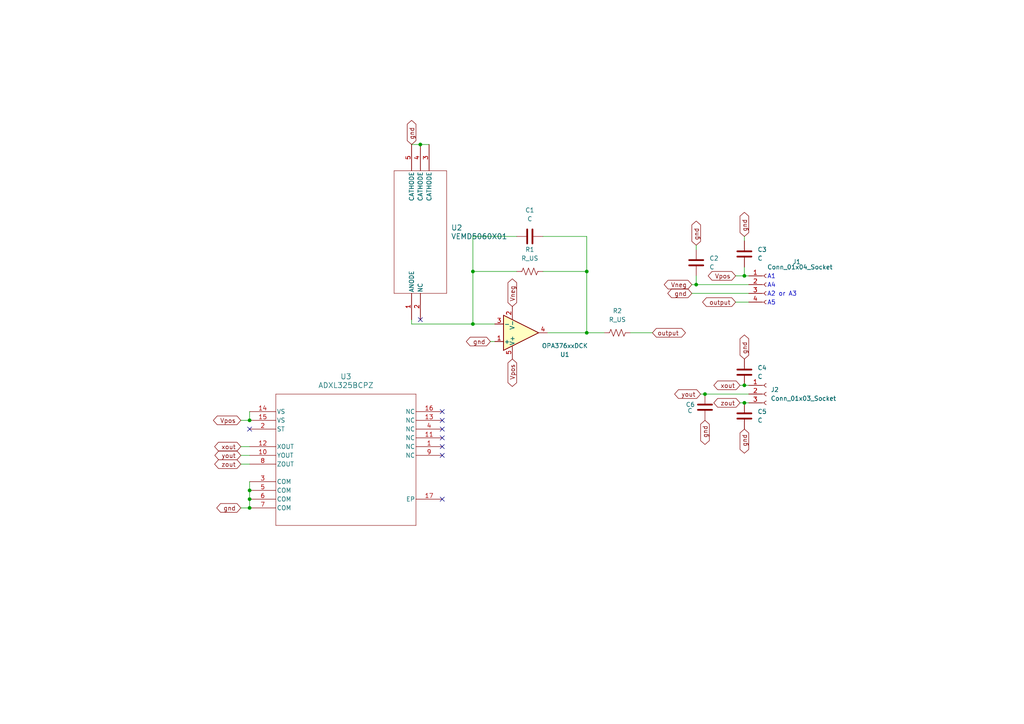
<source format=kicad_sch>
(kicad_sch
	(version 20231120)
	(generator "eeschema")
	(generator_version "8.0")
	(uuid "37ec4aa0-3fcd-4e41-b731-f48f5fe785a3")
	(paper "A4")
	(lib_symbols
		(symbol "2025-06-23_19-07-18:VEMD5060X01"
			(pin_names
				(offset 0.254)
			)
			(exclude_from_sim no)
			(in_bom yes)
			(on_board yes)
			(property "Reference" "U"
				(at 25.4 10.16 0)
				(effects
					(font
						(size 1.524 1.524)
					)
				)
			)
			(property "Value" "VEMD5060X01"
				(at 25.4 7.62 0)
				(effects
					(font
						(size 1.524 1.524)
					)
				)
			)
			(property "Footprint" "SMD_VEMD5-5X4_VIS"
				(at 0 0 0)
				(effects
					(font
						(size 1.27 1.27)
						(italic yes)
					)
					(hide yes)
				)
			)
			(property "Datasheet" "VEMD5060X01"
				(at 0 0 0)
				(effects
					(font
						(size 1.27 1.27)
						(italic yes)
					)
					(hide yes)
				)
			)
			(property "Description" ""
				(at 0 0 0)
				(effects
					(font
						(size 1.27 1.27)
					)
					(hide yes)
				)
			)
			(property "ki_locked" ""
				(at 0 0 0)
				(effects
					(font
						(size 1.27 1.27)
					)
				)
			)
			(property "ki_keywords" "VEMD5060X01"
				(at 0 0 0)
				(effects
					(font
						(size 1.27 1.27)
					)
					(hide yes)
				)
			)
			(property "ki_fp_filters" "SMD_VEMD5-5X4_VIS SMD_VEMD5-5X4_VIS-M SMD_VEMD5-5X4_VIS-L"
				(at 0 0 0)
				(effects
					(font
						(size 1.27 1.27)
					)
					(hide yes)
				)
			)
			(symbol "VEMD5060X01_0_1"
				(polyline
					(pts
						(xy 7.62 -10.16) (xy 43.18 -10.16)
					)
					(stroke
						(width 0.127)
						(type default)
					)
					(fill
						(type none)
					)
				)
				(polyline
					(pts
						(xy 7.62 5.08) (xy 7.62 -10.16)
					)
					(stroke
						(width 0.127)
						(type default)
					)
					(fill
						(type none)
					)
				)
				(polyline
					(pts
						(xy 43.18 -10.16) (xy 43.18 5.08)
					)
					(stroke
						(width 0.127)
						(type default)
					)
					(fill
						(type none)
					)
				)
				(polyline
					(pts
						(xy 43.18 5.08) (xy 7.62 5.08)
					)
					(stroke
						(width 0.127)
						(type default)
					)
					(fill
						(type none)
					)
				)
				(pin unspecified line
					(at 0 0 0)
					(length 7.62)
					(name "ANODE"
						(effects
							(font
								(size 1.27 1.27)
							)
						)
					)
					(number "1"
						(effects
							(font
								(size 1.27 1.27)
							)
						)
					)
				)
				(pin unspecified line
					(at 0 -2.54 0)
					(length 7.62)
					(name "NC"
						(effects
							(font
								(size 1.27 1.27)
							)
						)
					)
					(number "2"
						(effects
							(font
								(size 1.27 1.27)
							)
						)
					)
				)
				(pin unspecified line
					(at 50.8 -5.08 180)
					(length 7.62)
					(name "CATHODE"
						(effects
							(font
								(size 1.27 1.27)
							)
						)
					)
					(number "3"
						(effects
							(font
								(size 1.27 1.27)
							)
						)
					)
				)
				(pin unspecified line
					(at 50.8 -2.54 180)
					(length 7.62)
					(name "CATHODE"
						(effects
							(font
								(size 1.27 1.27)
							)
						)
					)
					(number "4"
						(effects
							(font
								(size 1.27 1.27)
							)
						)
					)
				)
				(pin unspecified line
					(at 50.8 0 180)
					(length 7.62)
					(name "CATHODE"
						(effects
							(font
								(size 1.27 1.27)
							)
						)
					)
					(number "5"
						(effects
							(font
								(size 1.27 1.27)
							)
						)
					)
				)
			)
		)
		(symbol "2025-07-17_15-11-10:ADXL325BCPZ"
			(pin_names
				(offset 0.254)
			)
			(exclude_from_sim no)
			(in_bom yes)
			(on_board yes)
			(property "Reference" "U"
				(at 27.94 10.16 0)
				(effects
					(font
						(size 1.524 1.524)
					)
				)
			)
			(property "Value" "ADXL325BCPZ"
				(at 27.94 7.62 0)
				(effects
					(font
						(size 1.524 1.524)
					)
				)
			)
			(property "Footprint" "CP_16_5A_ADI"
				(at 0 0 0)
				(effects
					(font
						(size 1.27 1.27)
						(italic yes)
					)
					(hide yes)
				)
			)
			(property "Datasheet" "https://www.analog.com/media/en/technical-documentation/data-sheets/ADXL325.pdf"
				(at 0 0 0)
				(effects
					(font
						(size 1.27 1.27)
						(italic yes)
					)
					(hide yes)
				)
			)
			(property "Description" ""
				(at 0 0 0)
				(effects
					(font
						(size 1.27 1.27)
					)
					(hide yes)
				)
			)
			(property "ki_locked" ""
				(at 0 0 0)
				(effects
					(font
						(size 1.27 1.27)
					)
				)
			)
			(property "ki_keywords" "ADXL325BCPZ"
				(at 0 0 0)
				(effects
					(font
						(size 1.27 1.27)
					)
					(hide yes)
				)
			)
			(property "ki_fp_filters" "CP_16_5A_ADI CP_16_5A_ADI-M CP_16_5A_ADI-L"
				(at 0 0 0)
				(effects
					(font
						(size 1.27 1.27)
					)
					(hide yes)
				)
			)
			(symbol "ADXL325BCPZ_0_1"
				(polyline
					(pts
						(xy 7.62 -33.02) (xy 48.26 -33.02)
					)
					(stroke
						(width 0.127)
						(type default)
					)
					(fill
						(type none)
					)
				)
				(polyline
					(pts
						(xy 7.62 5.08) (xy 7.62 -33.02)
					)
					(stroke
						(width 0.127)
						(type default)
					)
					(fill
						(type none)
					)
				)
				(polyline
					(pts
						(xy 48.26 -33.02) (xy 48.26 5.08)
					)
					(stroke
						(width 0.127)
						(type default)
					)
					(fill
						(type none)
					)
				)
				(polyline
					(pts
						(xy 48.26 5.08) (xy 7.62 5.08)
					)
					(stroke
						(width 0.127)
						(type default)
					)
					(fill
						(type none)
					)
				)
				(pin unspecified line
					(at 55.88 -10.16 180)
					(length 7.62)
					(name "NC"
						(effects
							(font
								(size 1.27 1.27)
							)
						)
					)
					(number "1"
						(effects
							(font
								(size 1.27 1.27)
							)
						)
					)
				)
				(pin unspecified line
					(at 0 -12.7 0)
					(length 7.62)
					(name "YOUT"
						(effects
							(font
								(size 1.27 1.27)
							)
						)
					)
					(number "10"
						(effects
							(font
								(size 1.27 1.27)
							)
						)
					)
				)
				(pin unspecified line
					(at 55.88 -7.62 180)
					(length 7.62)
					(name "NC"
						(effects
							(font
								(size 1.27 1.27)
							)
						)
					)
					(number "11"
						(effects
							(font
								(size 1.27 1.27)
							)
						)
					)
				)
				(pin unspecified line
					(at 0 -10.16 0)
					(length 7.62)
					(name "XOUT"
						(effects
							(font
								(size 1.27 1.27)
							)
						)
					)
					(number "12"
						(effects
							(font
								(size 1.27 1.27)
							)
						)
					)
				)
				(pin unspecified line
					(at 55.88 -2.54 180)
					(length 7.62)
					(name "NC"
						(effects
							(font
								(size 1.27 1.27)
							)
						)
					)
					(number "13"
						(effects
							(font
								(size 1.27 1.27)
							)
						)
					)
				)
				(pin power_in line
					(at 0 0 0)
					(length 7.62)
					(name "VS"
						(effects
							(font
								(size 1.27 1.27)
							)
						)
					)
					(number "14"
						(effects
							(font
								(size 1.27 1.27)
							)
						)
					)
				)
				(pin power_in line
					(at 0 -2.54 0)
					(length 7.62)
					(name "VS"
						(effects
							(font
								(size 1.27 1.27)
							)
						)
					)
					(number "15"
						(effects
							(font
								(size 1.27 1.27)
							)
						)
					)
				)
				(pin unspecified line
					(at 55.88 0 180)
					(length 7.62)
					(name "NC"
						(effects
							(font
								(size 1.27 1.27)
							)
						)
					)
					(number "16"
						(effects
							(font
								(size 1.27 1.27)
							)
						)
					)
				)
				(pin unspecified line
					(at 55.88 -25.4 180)
					(length 7.62)
					(name "EP"
						(effects
							(font
								(size 1.27 1.27)
							)
						)
					)
					(number "17"
						(effects
							(font
								(size 1.27 1.27)
							)
						)
					)
				)
				(pin unspecified line
					(at 0 -5.08 0)
					(length 7.62)
					(name "ST"
						(effects
							(font
								(size 1.27 1.27)
							)
						)
					)
					(number "2"
						(effects
							(font
								(size 1.27 1.27)
							)
						)
					)
				)
				(pin unspecified line
					(at 0 -20.32 0)
					(length 7.62)
					(name "COM"
						(effects
							(font
								(size 1.27 1.27)
							)
						)
					)
					(number "3"
						(effects
							(font
								(size 1.27 1.27)
							)
						)
					)
				)
				(pin unspecified line
					(at 55.88 -5.08 180)
					(length 7.62)
					(name "NC"
						(effects
							(font
								(size 1.27 1.27)
							)
						)
					)
					(number "4"
						(effects
							(font
								(size 1.27 1.27)
							)
						)
					)
				)
				(pin unspecified line
					(at 0 -22.86 0)
					(length 7.62)
					(name "COM"
						(effects
							(font
								(size 1.27 1.27)
							)
						)
					)
					(number "5"
						(effects
							(font
								(size 1.27 1.27)
							)
						)
					)
				)
				(pin unspecified line
					(at 0 -25.4 0)
					(length 7.62)
					(name "COM"
						(effects
							(font
								(size 1.27 1.27)
							)
						)
					)
					(number "6"
						(effects
							(font
								(size 1.27 1.27)
							)
						)
					)
				)
				(pin unspecified line
					(at 0 -27.94 0)
					(length 7.62)
					(name "COM"
						(effects
							(font
								(size 1.27 1.27)
							)
						)
					)
					(number "7"
						(effects
							(font
								(size 1.27 1.27)
							)
						)
					)
				)
				(pin unspecified line
					(at 0 -15.24 0)
					(length 7.62)
					(name "ZOUT"
						(effects
							(font
								(size 1.27 1.27)
							)
						)
					)
					(number "8"
						(effects
							(font
								(size 1.27 1.27)
							)
						)
					)
				)
				(pin unspecified line
					(at 55.88 -12.7 180)
					(length 7.62)
					(name "NC"
						(effects
							(font
								(size 1.27 1.27)
							)
						)
					)
					(number "9"
						(effects
							(font
								(size 1.27 1.27)
							)
						)
					)
				)
			)
		)
		(symbol "Amplifier_Operational:OPA376xxDCK"
			(pin_names
				(offset 0.127)
			)
			(exclude_from_sim no)
			(in_bom yes)
			(on_board yes)
			(property "Reference" "U"
				(at 0 5.08 0)
				(effects
					(font
						(size 1.27 1.27)
					)
					(justify left)
				)
			)
			(property "Value" "OPA376xxDCK"
				(at 0 -5.08 0)
				(effects
					(font
						(size 1.27 1.27)
					)
					(justify left)
				)
			)
			(property "Footprint" ""
				(at 0 0 0)
				(effects
					(font
						(size 1.27 1.27)
					)
					(justify left)
					(hide yes)
				)
			)
			(property "Datasheet" "http://www.ti.com/lit/ds/symlink/opa376.pdf"
				(at 0 0 0)
				(effects
					(font
						(size 1.27 1.27)
					)
					(hide yes)
				)
			)
			(property "Description" "Single Low-Noise, Low Quiescent Current, Precision Operational Amplifier e-trim Series, SC-70-5"
				(at 0 0 0)
				(effects
					(font
						(size 1.27 1.27)
					)
					(hide yes)
				)
			)
			(property "ki_keywords" "single opamp"
				(at 0 0 0)
				(effects
					(font
						(size 1.27 1.27)
					)
					(hide yes)
				)
			)
			(property "ki_fp_filters" "SOT?23* *SC*70*"
				(at 0 0 0)
				(effects
					(font
						(size 1.27 1.27)
					)
					(hide yes)
				)
			)
			(symbol "OPA376xxDCK_0_1"
				(polyline
					(pts
						(xy -5.08 5.08) (xy 5.08 0) (xy -5.08 -5.08) (xy -5.08 5.08)
					)
					(stroke
						(width 0.254)
						(type default)
					)
					(fill
						(type background)
					)
				)
				(pin power_in line
					(at -2.54 -7.62 90)
					(length 3.81)
					(name "V-"
						(effects
							(font
								(size 1.27 1.27)
							)
						)
					)
					(number "2"
						(effects
							(font
								(size 1.27 1.27)
							)
						)
					)
				)
				(pin power_in line
					(at -2.54 7.62 270)
					(length 3.81)
					(name "V+"
						(effects
							(font
								(size 1.27 1.27)
							)
						)
					)
					(number "5"
						(effects
							(font
								(size 1.27 1.27)
							)
						)
					)
				)
			)
			(symbol "OPA376xxDCK_1_1"
				(pin input line
					(at -7.62 2.54 0)
					(length 2.54)
					(name "+"
						(effects
							(font
								(size 1.27 1.27)
							)
						)
					)
					(number "1"
						(effects
							(font
								(size 1.27 1.27)
							)
						)
					)
				)
				(pin input line
					(at -7.62 -2.54 0)
					(length 2.54)
					(name "-"
						(effects
							(font
								(size 1.27 1.27)
							)
						)
					)
					(number "3"
						(effects
							(font
								(size 1.27 1.27)
							)
						)
					)
				)
				(pin output line
					(at 7.62 0 180)
					(length 2.54)
					(name "~"
						(effects
							(font
								(size 1.27 1.27)
							)
						)
					)
					(number "4"
						(effects
							(font
								(size 1.27 1.27)
							)
						)
					)
				)
			)
		)
		(symbol "Connector:Conn_01x03_Socket"
			(pin_names
				(offset 1.016) hide)
			(exclude_from_sim no)
			(in_bom yes)
			(on_board yes)
			(property "Reference" "J"
				(at 0 5.08 0)
				(effects
					(font
						(size 1.27 1.27)
					)
				)
			)
			(property "Value" "Conn_01x03_Socket"
				(at 0 -5.08 0)
				(effects
					(font
						(size 1.27 1.27)
					)
				)
			)
			(property "Footprint" ""
				(at 0 0 0)
				(effects
					(font
						(size 1.27 1.27)
					)
					(hide yes)
				)
			)
			(property "Datasheet" "~"
				(at 0 0 0)
				(effects
					(font
						(size 1.27 1.27)
					)
					(hide yes)
				)
			)
			(property "Description" "Generic connector, single row, 01x03, script generated"
				(at 0 0 0)
				(effects
					(font
						(size 1.27 1.27)
					)
					(hide yes)
				)
			)
			(property "ki_locked" ""
				(at 0 0 0)
				(effects
					(font
						(size 1.27 1.27)
					)
				)
			)
			(property "ki_keywords" "connector"
				(at 0 0 0)
				(effects
					(font
						(size 1.27 1.27)
					)
					(hide yes)
				)
			)
			(property "ki_fp_filters" "Connector*:*_1x??_*"
				(at 0 0 0)
				(effects
					(font
						(size 1.27 1.27)
					)
					(hide yes)
				)
			)
			(symbol "Conn_01x03_Socket_1_1"
				(arc
					(start 0 -2.032)
					(mid -0.5058 -2.54)
					(end 0 -3.048)
					(stroke
						(width 0.1524)
						(type default)
					)
					(fill
						(type none)
					)
				)
				(polyline
					(pts
						(xy -1.27 -2.54) (xy -0.508 -2.54)
					)
					(stroke
						(width 0.1524)
						(type default)
					)
					(fill
						(type none)
					)
				)
				(polyline
					(pts
						(xy -1.27 0) (xy -0.508 0)
					)
					(stroke
						(width 0.1524)
						(type default)
					)
					(fill
						(type none)
					)
				)
				(polyline
					(pts
						(xy -1.27 2.54) (xy -0.508 2.54)
					)
					(stroke
						(width 0.1524)
						(type default)
					)
					(fill
						(type none)
					)
				)
				(arc
					(start 0 0.508)
					(mid -0.5058 0)
					(end 0 -0.508)
					(stroke
						(width 0.1524)
						(type default)
					)
					(fill
						(type none)
					)
				)
				(arc
					(start 0 3.048)
					(mid -0.5058 2.54)
					(end 0 2.032)
					(stroke
						(width 0.1524)
						(type default)
					)
					(fill
						(type none)
					)
				)
				(pin passive line
					(at -5.08 2.54 0)
					(length 3.81)
					(name "Pin_1"
						(effects
							(font
								(size 1.27 1.27)
							)
						)
					)
					(number "1"
						(effects
							(font
								(size 1.27 1.27)
							)
						)
					)
				)
				(pin passive line
					(at -5.08 0 0)
					(length 3.81)
					(name "Pin_2"
						(effects
							(font
								(size 1.27 1.27)
							)
						)
					)
					(number "2"
						(effects
							(font
								(size 1.27 1.27)
							)
						)
					)
				)
				(pin passive line
					(at -5.08 -2.54 0)
					(length 3.81)
					(name "Pin_3"
						(effects
							(font
								(size 1.27 1.27)
							)
						)
					)
					(number "3"
						(effects
							(font
								(size 1.27 1.27)
							)
						)
					)
				)
			)
		)
		(symbol "Connector:Conn_01x04_Socket"
			(pin_names
				(offset 1.016) hide)
			(exclude_from_sim no)
			(in_bom yes)
			(on_board yes)
			(property "Reference" "J"
				(at 0 5.08 0)
				(effects
					(font
						(size 1.27 1.27)
					)
				)
			)
			(property "Value" "Conn_01x04_Socket"
				(at 0 -7.62 0)
				(effects
					(font
						(size 1.27 1.27)
					)
				)
			)
			(property "Footprint" ""
				(at 0 0 0)
				(effects
					(font
						(size 1.27 1.27)
					)
					(hide yes)
				)
			)
			(property "Datasheet" "~"
				(at 0 0 0)
				(effects
					(font
						(size 1.27 1.27)
					)
					(hide yes)
				)
			)
			(property "Description" "Generic connector, single row, 01x04, script generated"
				(at 0 0 0)
				(effects
					(font
						(size 1.27 1.27)
					)
					(hide yes)
				)
			)
			(property "ki_locked" ""
				(at 0 0 0)
				(effects
					(font
						(size 1.27 1.27)
					)
				)
			)
			(property "ki_keywords" "connector"
				(at 0 0 0)
				(effects
					(font
						(size 1.27 1.27)
					)
					(hide yes)
				)
			)
			(property "ki_fp_filters" "Connector*:*_1x??_*"
				(at 0 0 0)
				(effects
					(font
						(size 1.27 1.27)
					)
					(hide yes)
				)
			)
			(symbol "Conn_01x04_Socket_1_1"
				(arc
					(start 0 -4.572)
					(mid -0.5058 -5.08)
					(end 0 -5.588)
					(stroke
						(width 0.1524)
						(type default)
					)
					(fill
						(type none)
					)
				)
				(arc
					(start 0 -2.032)
					(mid -0.5058 -2.54)
					(end 0 -3.048)
					(stroke
						(width 0.1524)
						(type default)
					)
					(fill
						(type none)
					)
				)
				(polyline
					(pts
						(xy -1.27 -5.08) (xy -0.508 -5.08)
					)
					(stroke
						(width 0.1524)
						(type default)
					)
					(fill
						(type none)
					)
				)
				(polyline
					(pts
						(xy -1.27 -2.54) (xy -0.508 -2.54)
					)
					(stroke
						(width 0.1524)
						(type default)
					)
					(fill
						(type none)
					)
				)
				(polyline
					(pts
						(xy -1.27 0) (xy -0.508 0)
					)
					(stroke
						(width 0.1524)
						(type default)
					)
					(fill
						(type none)
					)
				)
				(polyline
					(pts
						(xy -1.27 2.54) (xy -0.508 2.54)
					)
					(stroke
						(width 0.1524)
						(type default)
					)
					(fill
						(type none)
					)
				)
				(arc
					(start 0 0.508)
					(mid -0.5058 0)
					(end 0 -0.508)
					(stroke
						(width 0.1524)
						(type default)
					)
					(fill
						(type none)
					)
				)
				(arc
					(start 0 3.048)
					(mid -0.5058 2.54)
					(end 0 2.032)
					(stroke
						(width 0.1524)
						(type default)
					)
					(fill
						(type none)
					)
				)
				(pin passive line
					(at -5.08 2.54 0)
					(length 3.81)
					(name "Pin_1"
						(effects
							(font
								(size 1.27 1.27)
							)
						)
					)
					(number "1"
						(effects
							(font
								(size 1.27 1.27)
							)
						)
					)
				)
				(pin passive line
					(at -5.08 0 0)
					(length 3.81)
					(name "Pin_2"
						(effects
							(font
								(size 1.27 1.27)
							)
						)
					)
					(number "2"
						(effects
							(font
								(size 1.27 1.27)
							)
						)
					)
				)
				(pin passive line
					(at -5.08 -2.54 0)
					(length 3.81)
					(name "Pin_3"
						(effects
							(font
								(size 1.27 1.27)
							)
						)
					)
					(number "3"
						(effects
							(font
								(size 1.27 1.27)
							)
						)
					)
				)
				(pin passive line
					(at -5.08 -5.08 0)
					(length 3.81)
					(name "Pin_4"
						(effects
							(font
								(size 1.27 1.27)
							)
						)
					)
					(number "4"
						(effects
							(font
								(size 1.27 1.27)
							)
						)
					)
				)
			)
		)
		(symbol "Device:C"
			(pin_numbers hide)
			(pin_names
				(offset 0.254)
			)
			(exclude_from_sim no)
			(in_bom yes)
			(on_board yes)
			(property "Reference" "C"
				(at 0.635 2.54 0)
				(effects
					(font
						(size 1.27 1.27)
					)
					(justify left)
				)
			)
			(property "Value" "C"
				(at 0.635 -2.54 0)
				(effects
					(font
						(size 1.27 1.27)
					)
					(justify left)
				)
			)
			(property "Footprint" ""
				(at 0.9652 -3.81 0)
				(effects
					(font
						(size 1.27 1.27)
					)
					(hide yes)
				)
			)
			(property "Datasheet" "~"
				(at 0 0 0)
				(effects
					(font
						(size 1.27 1.27)
					)
					(hide yes)
				)
			)
			(property "Description" "Unpolarized capacitor"
				(at 0 0 0)
				(effects
					(font
						(size 1.27 1.27)
					)
					(hide yes)
				)
			)
			(property "ki_keywords" "cap capacitor"
				(at 0 0 0)
				(effects
					(font
						(size 1.27 1.27)
					)
					(hide yes)
				)
			)
			(property "ki_fp_filters" "C_*"
				(at 0 0 0)
				(effects
					(font
						(size 1.27 1.27)
					)
					(hide yes)
				)
			)
			(symbol "C_0_1"
				(polyline
					(pts
						(xy -2.032 -0.762) (xy 2.032 -0.762)
					)
					(stroke
						(width 0.508)
						(type default)
					)
					(fill
						(type none)
					)
				)
				(polyline
					(pts
						(xy -2.032 0.762) (xy 2.032 0.762)
					)
					(stroke
						(width 0.508)
						(type default)
					)
					(fill
						(type none)
					)
				)
			)
			(symbol "C_1_1"
				(pin passive line
					(at 0 3.81 270)
					(length 2.794)
					(name "~"
						(effects
							(font
								(size 1.27 1.27)
							)
						)
					)
					(number "1"
						(effects
							(font
								(size 1.27 1.27)
							)
						)
					)
				)
				(pin passive line
					(at 0 -3.81 90)
					(length 2.794)
					(name "~"
						(effects
							(font
								(size 1.27 1.27)
							)
						)
					)
					(number "2"
						(effects
							(font
								(size 1.27 1.27)
							)
						)
					)
				)
			)
		)
		(symbol "Device:R_US"
			(pin_numbers hide)
			(pin_names
				(offset 0)
			)
			(exclude_from_sim no)
			(in_bom yes)
			(on_board yes)
			(property "Reference" "R"
				(at 2.54 0 90)
				(effects
					(font
						(size 1.27 1.27)
					)
				)
			)
			(property "Value" "R_US"
				(at -2.54 0 90)
				(effects
					(font
						(size 1.27 1.27)
					)
				)
			)
			(property "Footprint" ""
				(at 1.016 -0.254 90)
				(effects
					(font
						(size 1.27 1.27)
					)
					(hide yes)
				)
			)
			(property "Datasheet" "~"
				(at 0 0 0)
				(effects
					(font
						(size 1.27 1.27)
					)
					(hide yes)
				)
			)
			(property "Description" "Resistor, US symbol"
				(at 0 0 0)
				(effects
					(font
						(size 1.27 1.27)
					)
					(hide yes)
				)
			)
			(property "ki_keywords" "R res resistor"
				(at 0 0 0)
				(effects
					(font
						(size 1.27 1.27)
					)
					(hide yes)
				)
			)
			(property "ki_fp_filters" "R_*"
				(at 0 0 0)
				(effects
					(font
						(size 1.27 1.27)
					)
					(hide yes)
				)
			)
			(symbol "R_US_0_1"
				(polyline
					(pts
						(xy 0 -2.286) (xy 0 -2.54)
					)
					(stroke
						(width 0)
						(type default)
					)
					(fill
						(type none)
					)
				)
				(polyline
					(pts
						(xy 0 2.286) (xy 0 2.54)
					)
					(stroke
						(width 0)
						(type default)
					)
					(fill
						(type none)
					)
				)
				(polyline
					(pts
						(xy 0 -0.762) (xy 1.016 -1.143) (xy 0 -1.524) (xy -1.016 -1.905) (xy 0 -2.286)
					)
					(stroke
						(width 0)
						(type default)
					)
					(fill
						(type none)
					)
				)
				(polyline
					(pts
						(xy 0 0.762) (xy 1.016 0.381) (xy 0 0) (xy -1.016 -0.381) (xy 0 -0.762)
					)
					(stroke
						(width 0)
						(type default)
					)
					(fill
						(type none)
					)
				)
				(polyline
					(pts
						(xy 0 2.286) (xy 1.016 1.905) (xy 0 1.524) (xy -1.016 1.143) (xy 0 0.762)
					)
					(stroke
						(width 0)
						(type default)
					)
					(fill
						(type none)
					)
				)
			)
			(symbol "R_US_1_1"
				(pin passive line
					(at 0 3.81 270)
					(length 1.27)
					(name "~"
						(effects
							(font
								(size 1.27 1.27)
							)
						)
					)
					(number "1"
						(effects
							(font
								(size 1.27 1.27)
							)
						)
					)
				)
				(pin passive line
					(at 0 -3.81 90)
					(length 1.27)
					(name "~"
						(effects
							(font
								(size 1.27 1.27)
							)
						)
					)
					(number "2"
						(effects
							(font
								(size 1.27 1.27)
							)
						)
					)
				)
			)
		)
	)
	(junction
		(at 137.16 93.98)
		(diameter 0)
		(color 0 0 0 0)
		(uuid "0f95f281-db6c-491f-910a-44b13f063d78")
	)
	(junction
		(at 215.9 111.76)
		(diameter 0)
		(color 0 0 0 0)
		(uuid "1a0ea8fa-68ec-463b-be4c-1cb28d12dfd1")
	)
	(junction
		(at 204.47 114.3)
		(diameter 0)
		(color 0 0 0 0)
		(uuid "1ca36ce3-9ac5-4bee-b58c-a97be6d50180")
	)
	(junction
		(at 215.9 80.01)
		(diameter 0)
		(color 0 0 0 0)
		(uuid "1e7c56d0-2a65-44b1-8969-a0ea53ae5997")
	)
	(junction
		(at 72.39 147.32)
		(diameter 0)
		(color 0 0 0 0)
		(uuid "26efaa1a-eedb-4dae-8166-dc945a3a65de")
	)
	(junction
		(at 215.9 116.84)
		(diameter 0)
		(color 0 0 0 0)
		(uuid "2a9a4004-4565-479c-96a3-4cf46e8fc837")
	)
	(junction
		(at 121.92 41.91)
		(diameter 0)
		(color 0 0 0 0)
		(uuid "3e4eb6c1-b420-47fa-89d1-44ccb095234f")
	)
	(junction
		(at 72.39 121.92)
		(diameter 0)
		(color 0 0 0 0)
		(uuid "3f65d7a7-7173-4576-8d5f-9e197b9ebdbe")
	)
	(junction
		(at 170.18 78.74)
		(diameter 0)
		(color 0 0 0 0)
		(uuid "51758f58-53b9-4b3a-95fc-46a2f49ebcda")
	)
	(junction
		(at 137.16 78.74)
		(diameter 0)
		(color 0 0 0 0)
		(uuid "b22a141b-80ec-4a4e-a77f-8298d0212c66")
	)
	(junction
		(at 170.18 96.52)
		(diameter 0)
		(color 0 0 0 0)
		(uuid "c9036a13-8d4c-4a80-9d65-d8a46a07e079")
	)
	(junction
		(at 72.39 142.24)
		(diameter 0)
		(color 0 0 0 0)
		(uuid "d0f087cd-ea41-4285-91a5-a80d4155264b")
	)
	(junction
		(at 72.39 144.78)
		(diameter 0)
		(color 0 0 0 0)
		(uuid "e49cab66-3bb7-4687-9dc6-4fbcb2aaad60")
	)
	(junction
		(at 201.93 82.55)
		(diameter 0)
		(color 0 0 0 0)
		(uuid "eca14f2f-08f4-4aab-871c-77eec72c8ab4")
	)
	(no_connect
		(at 128.27 127)
		(uuid "253d1c47-dff1-4fe0-be0b-541c6399b94e")
	)
	(no_connect
		(at 128.27 132.08)
		(uuid "2bee26a8-bd4b-45c4-bd3b-75d28d530a53")
	)
	(no_connect
		(at 128.27 124.46)
		(uuid "442dbdcd-ae46-427f-9e12-97b1dde2dbf8")
	)
	(no_connect
		(at 128.27 144.78)
		(uuid "4f7c6229-117e-4cfd-96ba-fca1bafdfd0a")
	)
	(no_connect
		(at 128.27 121.92)
		(uuid "63b94882-988d-45dd-bd51-6761f5bc36b7")
	)
	(no_connect
		(at 72.39 124.46)
		(uuid "b52807ee-a795-4f4c-8f5d-7231f4998dd2")
	)
	(no_connect
		(at 121.92 92.71)
		(uuid "c9892c1d-ca6b-4c17-bc2c-229a647abe9d")
	)
	(no_connect
		(at 128.27 119.38)
		(uuid "ce7e9c2c-2706-4843-8cf0-eacc1d34a75c")
	)
	(no_connect
		(at 128.27 129.54)
		(uuid "e63327e5-1ea7-4e1d-b013-e9ab4646bd05")
	)
	(wire
		(pts
			(xy 137.16 93.98) (xy 143.51 93.98)
		)
		(stroke
			(width 0)
			(type default)
		)
		(uuid "02d77a4e-3fda-404e-82fe-cd093d0a4927")
	)
	(wire
		(pts
			(xy 201.93 71.12) (xy 201.93 72.39)
		)
		(stroke
			(width 0)
			(type default)
		)
		(uuid "0369047e-9141-4d5e-a775-760b0686a88c")
	)
	(wire
		(pts
			(xy 69.85 132.08) (xy 72.39 132.08)
		)
		(stroke
			(width 0)
			(type default)
		)
		(uuid "0460f939-bceb-41e0-976c-7da0c51e74df")
	)
	(wire
		(pts
			(xy 72.39 142.24) (xy 72.39 144.78)
		)
		(stroke
			(width 0)
			(type default)
		)
		(uuid "0e1f38ee-5781-4fa1-a890-28d1eab1f396")
	)
	(wire
		(pts
			(xy 215.9 111.76) (xy 217.17 111.76)
		)
		(stroke
			(width 0)
			(type default)
		)
		(uuid "10baebaa-c543-4022-954c-bb1802a17383")
	)
	(wire
		(pts
			(xy 215.9 68.58) (xy 215.9 69.85)
		)
		(stroke
			(width 0)
			(type default)
		)
		(uuid "127f5d65-d7b6-4d92-b44e-5b2c7876586a")
	)
	(wire
		(pts
			(xy 157.48 78.74) (xy 170.18 78.74)
		)
		(stroke
			(width 0)
			(type default)
		)
		(uuid "16d76ad0-5e4d-4588-bde1-6b0f55888fe4")
	)
	(wire
		(pts
			(xy 214.63 116.84) (xy 215.9 116.84)
		)
		(stroke
			(width 0)
			(type default)
		)
		(uuid "1a65996c-2d82-43c1-a4ac-0de98abab86a")
	)
	(wire
		(pts
			(xy 215.9 80.01) (xy 213.36 80.01)
		)
		(stroke
			(width 0)
			(type default)
		)
		(uuid "2fd2c581-cefe-459b-aad5-c7bddb4bddb5")
	)
	(wire
		(pts
			(xy 203.2 114.3) (xy 204.47 114.3)
		)
		(stroke
			(width 0)
			(type default)
		)
		(uuid "380db52a-60ac-40fe-ab44-eb56e15f9989")
	)
	(wire
		(pts
			(xy 217.17 82.55) (xy 201.93 82.55)
		)
		(stroke
			(width 0)
			(type default)
		)
		(uuid "3fb51c59-f02a-4353-ae99-b7df12d66fd7")
	)
	(wire
		(pts
			(xy 69.85 134.62) (xy 72.39 134.62)
		)
		(stroke
			(width 0)
			(type default)
		)
		(uuid "5188136f-ecd0-4d2f-8277-e1a51b6d9e15")
	)
	(wire
		(pts
			(xy 214.63 111.76) (xy 215.9 111.76)
		)
		(stroke
			(width 0)
			(type default)
		)
		(uuid "5cc4b6e2-ced2-4dbf-886a-348466a43efe")
	)
	(wire
		(pts
			(xy 119.38 92.71) (xy 119.38 93.98)
		)
		(stroke
			(width 0)
			(type default)
		)
		(uuid "5fcbbc52-3cf8-4095-b90f-0d673a405063")
	)
	(wire
		(pts
			(xy 137.16 78.74) (xy 137.16 93.98)
		)
		(stroke
			(width 0)
			(type default)
		)
		(uuid "6358eaa3-3350-46f4-8696-5db94532a7c1")
	)
	(wire
		(pts
			(xy 69.85 147.32) (xy 72.39 147.32)
		)
		(stroke
			(width 0)
			(type default)
		)
		(uuid "673b78b1-5694-47d0-b4bf-72fbc0150843")
	)
	(wire
		(pts
			(xy 215.9 77.47) (xy 215.9 80.01)
		)
		(stroke
			(width 0)
			(type default)
		)
		(uuid "69d78b44-a050-4a16-9443-14a52e8816f2")
	)
	(wire
		(pts
			(xy 170.18 68.58) (xy 170.18 78.74)
		)
		(stroke
			(width 0)
			(type default)
		)
		(uuid "70edf1cb-262d-4031-b1d9-f02c96a3c7ce")
	)
	(wire
		(pts
			(xy 142.24 99.06) (xy 143.51 99.06)
		)
		(stroke
			(width 0)
			(type default)
		)
		(uuid "74bfa593-1b43-4c07-b4e0-d861742282f9")
	)
	(wire
		(pts
			(xy 149.86 68.58) (xy 137.16 68.58)
		)
		(stroke
			(width 0)
			(type default)
		)
		(uuid "7ac1df7a-adfa-4dcd-996d-c25c7af315f2")
	)
	(wire
		(pts
			(xy 170.18 96.52) (xy 158.75 96.52)
		)
		(stroke
			(width 0)
			(type default)
		)
		(uuid "7c9a4b50-d76e-47fe-bcd5-355e131d2434")
	)
	(wire
		(pts
			(xy 72.39 144.78) (xy 72.39 147.32)
		)
		(stroke
			(width 0)
			(type default)
		)
		(uuid "7db42bf5-1e58-4b09-9d6f-d3cec54502cd")
	)
	(wire
		(pts
			(xy 182.88 96.52) (xy 189.23 96.52)
		)
		(stroke
			(width 0)
			(type default)
		)
		(uuid "802fd26b-de6c-40f3-94ca-9f11c1daf50a")
	)
	(wire
		(pts
			(xy 119.38 41.91) (xy 121.92 41.91)
		)
		(stroke
			(width 0)
			(type default)
		)
		(uuid "86c31eab-1c40-4769-8dcb-d2890761b1bb")
	)
	(wire
		(pts
			(xy 137.16 68.58) (xy 137.16 78.74)
		)
		(stroke
			(width 0)
			(type default)
		)
		(uuid "93054dde-6027-437b-a963-13be4e609587")
	)
	(wire
		(pts
			(xy 170.18 78.74) (xy 170.18 96.52)
		)
		(stroke
			(width 0)
			(type default)
		)
		(uuid "95a590ee-1452-4892-9a6e-4cefae6fda5a")
	)
	(wire
		(pts
			(xy 157.48 68.58) (xy 170.18 68.58)
		)
		(stroke
			(width 0)
			(type default)
		)
		(uuid "9d737b4a-4624-4b76-a56d-6cc187c5b6ef")
	)
	(wire
		(pts
			(xy 200.66 85.09) (xy 217.17 85.09)
		)
		(stroke
			(width 0)
			(type default)
		)
		(uuid "a0f8ebc6-5e19-40dd-bc98-b7c8e0f87668")
	)
	(wire
		(pts
			(xy 170.18 96.52) (xy 175.26 96.52)
		)
		(stroke
			(width 0)
			(type default)
		)
		(uuid "a73fa08f-db5c-4996-935c-4a9859329aab")
	)
	(wire
		(pts
			(xy 201.93 82.55) (xy 200.66 82.55)
		)
		(stroke
			(width 0)
			(type default)
		)
		(uuid "aa80492e-31a9-4414-a2dc-b8c8b3526db7")
	)
	(wire
		(pts
			(xy 217.17 87.63) (xy 213.36 87.63)
		)
		(stroke
			(width 0)
			(type default)
		)
		(uuid "b3787b3a-a9b4-4001-9253-d57c8ba49df1")
	)
	(wire
		(pts
			(xy 217.17 80.01) (xy 215.9 80.01)
		)
		(stroke
			(width 0)
			(type default)
		)
		(uuid "b82fdc78-5aca-49f8-bffe-5bae114285b1")
	)
	(wire
		(pts
			(xy 204.47 114.3) (xy 217.17 114.3)
		)
		(stroke
			(width 0)
			(type default)
		)
		(uuid "b9d9075b-3dc7-4673-acfe-d03acfce5a70")
	)
	(wire
		(pts
			(xy 149.86 78.74) (xy 137.16 78.74)
		)
		(stroke
			(width 0)
			(type default)
		)
		(uuid "cb53b165-e82e-4650-aa62-0993433af2ea")
	)
	(wire
		(pts
			(xy 121.92 41.91) (xy 124.46 41.91)
		)
		(stroke
			(width 0)
			(type default)
		)
		(uuid "cbb4b3f5-3fbb-47f3-ad97-efa059067e48")
	)
	(wire
		(pts
			(xy 69.85 121.92) (xy 72.39 121.92)
		)
		(stroke
			(width 0)
			(type default)
		)
		(uuid "d19b400f-307e-4121-845d-f06afc077e89")
	)
	(wire
		(pts
			(xy 201.93 80.01) (xy 201.93 82.55)
		)
		(stroke
			(width 0)
			(type default)
		)
		(uuid "dbbe59f0-bcfe-4cb2-8cf2-088978c7c45f")
	)
	(wire
		(pts
			(xy 215.9 116.84) (xy 217.17 116.84)
		)
		(stroke
			(width 0)
			(type default)
		)
		(uuid "ea9a52ef-0dac-4e5f-9f6e-55a181df1bda")
	)
	(wire
		(pts
			(xy 72.39 139.7) (xy 72.39 142.24)
		)
		(stroke
			(width 0)
			(type default)
		)
		(uuid "ec0f85d0-49fc-4945-a814-47c96bf9eb35")
	)
	(wire
		(pts
			(xy 69.85 129.54) (xy 72.39 129.54)
		)
		(stroke
			(width 0)
			(type default)
		)
		(uuid "ec923a93-79ad-43d1-a205-f8edda0d9afe")
	)
	(wire
		(pts
			(xy 72.39 119.38) (xy 72.39 121.92)
		)
		(stroke
			(width 0)
			(type default)
		)
		(uuid "f73639a5-b0b3-4dd4-82cc-5097246bf86f")
	)
	(wire
		(pts
			(xy 119.38 93.98) (xy 137.16 93.98)
		)
		(stroke
			(width 0)
			(type default)
		)
		(uuid "fcf6b679-4a4c-4b4d-8e17-8c143895872b")
	)
	(text "A1"
		(exclude_from_sim no)
		(at 223.774 80.264 0)
		(effects
			(font
				(size 1.27 1.27)
			)
		)
		(uuid "05e24712-435b-4725-8fec-f2c21317077d")
	)
	(text "A4\n"
		(exclude_from_sim no)
		(at 223.774 82.804 0)
		(effects
			(font
				(size 1.27 1.27)
			)
		)
		(uuid "9ed9dc3d-f15a-43f8-9166-c09de32b275e")
	)
	(text "A5"
		(exclude_from_sim no)
		(at 223.774 87.884 0)
		(effects
			(font
				(size 1.27 1.27)
			)
		)
		(uuid "ef235d1b-3dba-4183-923b-9009de9eb40c")
	)
	(text "A2 or A3\n"
		(exclude_from_sim no)
		(at 226.822 85.344 0)
		(effects
			(font
				(size 1.27 1.27)
			)
		)
		(uuid "fa983c4b-a73c-4c08-804e-c6f705d17f78")
	)
	(global_label "gnd"
		(shape bidirectional)
		(at 142.24 99.06 180)
		(fields_autoplaced yes)
		(effects
			(font
				(size 1.27 1.27)
			)
			(justify right)
		)
		(uuid "0176746f-4678-4d71-a736-f75f02a6224d")
		(property "Intersheetrefs" "${INTERSHEET_REFS}"
			(at 134.6965 99.06 0)
			(effects
				(font
					(size 1.27 1.27)
				)
				(justify right)
				(hide yes)
			)
		)
	)
	(global_label "yout"
		(shape bidirectional)
		(at 69.85 132.08 180)
		(fields_autoplaced yes)
		(effects
			(font
				(size 1.27 1.27)
			)
			(justify right)
		)
		(uuid "187a2773-b816-464a-8c99-c64ba4cbddd6")
		(property "Intersheetrefs" "${INTERSHEET_REFS}"
			(at 61.7622 132.08 0)
			(effects
				(font
					(size 1.27 1.27)
				)
				(justify right)
				(hide yes)
			)
		)
	)
	(global_label "gnd"
		(shape bidirectional)
		(at 201.93 71.12 90)
		(fields_autoplaced yes)
		(effects
			(font
				(size 1.27 1.27)
			)
			(justify left)
		)
		(uuid "32f6fea7-02b5-4705-b723-5af71bc48575")
		(property "Intersheetrefs" "${INTERSHEET_REFS}"
			(at 201.93 63.5765 90)
			(effects
				(font
					(size 1.27 1.27)
				)
				(justify left)
				(hide yes)
			)
		)
	)
	(global_label "yout"
		(shape bidirectional)
		(at 203.2 114.3 180)
		(fields_autoplaced yes)
		(effects
			(font
				(size 1.27 1.27)
			)
			(justify right)
		)
		(uuid "3d5fbade-a912-42de-a625-e41d004e1aad")
		(property "Intersheetrefs" "${INTERSHEET_REFS}"
			(at 195.1122 114.3 0)
			(effects
				(font
					(size 1.27 1.27)
				)
				(justify right)
				(hide yes)
			)
		)
	)
	(global_label "gnd"
		(shape bidirectional)
		(at 215.9 68.58 90)
		(fields_autoplaced yes)
		(effects
			(font
				(size 1.27 1.27)
			)
			(justify left)
		)
		(uuid "4590cd25-148f-4627-84b5-47be9484ba89")
		(property "Intersheetrefs" "${INTERSHEET_REFS}"
			(at 215.9 61.0365 90)
			(effects
				(font
					(size 1.27 1.27)
				)
				(justify left)
				(hide yes)
			)
		)
	)
	(global_label "gnd"
		(shape bidirectional)
		(at 215.9 104.14 90)
		(fields_autoplaced yes)
		(effects
			(font
				(size 1.27 1.27)
			)
			(justify left)
		)
		(uuid "47afc20a-6688-40f6-a21d-f1638fe940cd")
		(property "Intersheetrefs" "${INTERSHEET_REFS}"
			(at 215.9 96.5965 90)
			(effects
				(font
					(size 1.27 1.27)
				)
				(justify left)
				(hide yes)
			)
		)
	)
	(global_label "Vneg"
		(shape bidirectional)
		(at 200.66 82.55 180)
		(fields_autoplaced yes)
		(effects
			(font
				(size 1.27 1.27)
			)
			(justify right)
		)
		(uuid "48db79e8-681c-4dba-a5ef-664fc8c6540c")
		(property "Intersheetrefs" "${INTERSHEET_REFS}"
			(at 192.0883 82.55 0)
			(effects
				(font
					(size 1.27 1.27)
				)
				(justify right)
				(hide yes)
			)
		)
	)
	(global_label "Vpos"
		(shape bidirectional)
		(at 69.85 121.92 180)
		(fields_autoplaced yes)
		(effects
			(font
				(size 1.27 1.27)
			)
			(justify right)
		)
		(uuid "71a392fc-03a7-4ff2-b543-bc27c2ef2f2a")
		(property "Intersheetrefs" "${INTERSHEET_REFS}"
			(at 61.3388 121.92 0)
			(effects
				(font
					(size 1.27 1.27)
				)
				(justify right)
				(hide yes)
			)
		)
	)
	(global_label "xout"
		(shape bidirectional)
		(at 69.85 129.54 180)
		(fields_autoplaced yes)
		(effects
			(font
				(size 1.27 1.27)
			)
			(justify right)
		)
		(uuid "739eb5d4-47cd-4b1d-877f-264dac957bdb")
		(property "Intersheetrefs" "${INTERSHEET_REFS}"
			(at 61.7017 129.54 0)
			(effects
				(font
					(size 1.27 1.27)
				)
				(justify right)
				(hide yes)
			)
		)
	)
	(global_label "xout"
		(shape bidirectional)
		(at 214.63 111.76 180)
		(fields_autoplaced yes)
		(effects
			(font
				(size 1.27 1.27)
			)
			(justify right)
		)
		(uuid "746238b2-b593-4666-a9d9-bbbcac7cf7b5")
		(property "Intersheetrefs" "${INTERSHEET_REFS}"
			(at 206.4817 111.76 0)
			(effects
				(font
					(size 1.27 1.27)
				)
				(justify right)
				(hide yes)
			)
		)
	)
	(global_label "gnd"
		(shape bidirectional)
		(at 200.66 85.09 180)
		(fields_autoplaced yes)
		(effects
			(font
				(size 1.27 1.27)
			)
			(justify right)
		)
		(uuid "76405ac7-cc12-4991-bfb5-4fa1761c5f3f")
		(property "Intersheetrefs" "${INTERSHEET_REFS}"
			(at 193.1165 85.09 0)
			(effects
				(font
					(size 1.27 1.27)
				)
				(justify right)
				(hide yes)
			)
		)
	)
	(global_label "zout"
		(shape bidirectional)
		(at 69.85 134.62 180)
		(fields_autoplaced yes)
		(effects
			(font
				(size 1.27 1.27)
			)
			(justify right)
		)
		(uuid "7bbc37c8-349b-4ef7-885e-df76603311db")
		(property "Intersheetrefs" "${INTERSHEET_REFS}"
			(at 61.7017 134.62 0)
			(effects
				(font
					(size 1.27 1.27)
				)
				(justify right)
				(hide yes)
			)
		)
	)
	(global_label "gnd"
		(shape bidirectional)
		(at 204.47 121.92 270)
		(fields_autoplaced yes)
		(effects
			(font
				(size 1.27 1.27)
			)
			(justify right)
		)
		(uuid "962df38f-a0fd-4206-a286-987a888fa797")
		(property "Intersheetrefs" "${INTERSHEET_REFS}"
			(at 204.47 129.4635 90)
			(effects
				(font
					(size 1.27 1.27)
				)
				(justify right)
				(hide yes)
			)
		)
	)
	(global_label "zout"
		(shape bidirectional)
		(at 214.63 116.84 180)
		(fields_autoplaced yes)
		(effects
			(font
				(size 1.27 1.27)
			)
			(justify right)
		)
		(uuid "9f4b0c30-9f79-4de5-9ef1-f323d613b454")
		(property "Intersheetrefs" "${INTERSHEET_REFS}"
			(at 206.4817 116.84 0)
			(effects
				(font
					(size 1.27 1.27)
				)
				(justify right)
				(hide yes)
			)
		)
	)
	(global_label "output"
		(shape bidirectional)
		(at 213.36 87.63 180)
		(fields_autoplaced yes)
		(effects
			(font
				(size 1.27 1.27)
			)
			(justify right)
		)
		(uuid "b04aa3ec-0f68-4570-b227-b431d92d96b1")
		(property "Intersheetrefs" "${INTERSHEET_REFS}"
			(at 203.2161 87.63 0)
			(effects
				(font
					(size 1.27 1.27)
				)
				(justify right)
				(hide yes)
			)
		)
	)
	(global_label "Vpos"
		(shape bidirectional)
		(at 148.59 104.14 270)
		(fields_autoplaced yes)
		(effects
			(font
				(size 1.27 1.27)
			)
			(justify right)
		)
		(uuid "be5012f8-9fc0-470a-8b47-7605d6527cf0")
		(property "Intersheetrefs" "${INTERSHEET_REFS}"
			(at 148.59 112.6512 90)
			(effects
				(font
					(size 1.27 1.27)
				)
				(justify right)
				(hide yes)
			)
		)
	)
	(global_label "gnd"
		(shape bidirectional)
		(at 215.9 124.46 270)
		(fields_autoplaced yes)
		(effects
			(font
				(size 1.27 1.27)
			)
			(justify right)
		)
		(uuid "c8fc32e2-7c33-4d4f-8c57-c24bdd559c2b")
		(property "Intersheetrefs" "${INTERSHEET_REFS}"
			(at 215.9 132.0035 90)
			(effects
				(font
					(size 1.27 1.27)
				)
				(justify right)
				(hide yes)
			)
		)
	)
	(global_label "gnd"
		(shape bidirectional)
		(at 119.38 41.91 90)
		(fields_autoplaced yes)
		(effects
			(font
				(size 1.27 1.27)
			)
			(justify left)
		)
		(uuid "c9953826-8291-4d40-9a6a-b8c5eec4483b")
		(property "Intersheetrefs" "${INTERSHEET_REFS}"
			(at 119.38 34.3665 90)
			(effects
				(font
					(size 1.27 1.27)
				)
				(justify left)
				(hide yes)
			)
		)
	)
	(global_label "gnd"
		(shape bidirectional)
		(at 69.85 147.32 180)
		(fields_autoplaced yes)
		(effects
			(font
				(size 1.27 1.27)
			)
			(justify right)
		)
		(uuid "d812c26e-d2f1-4c89-ae62-359ebc753709")
		(property "Intersheetrefs" "${INTERSHEET_REFS}"
			(at 62.3065 147.32 0)
			(effects
				(font
					(size 1.27 1.27)
				)
				(justify right)
				(hide yes)
			)
		)
	)
	(global_label "Vpos"
		(shape bidirectional)
		(at 213.36 80.01 180)
		(fields_autoplaced yes)
		(effects
			(font
				(size 1.27 1.27)
			)
			(justify right)
		)
		(uuid "d8fc8cb1-ad76-49a7-9a42-743dec787f66")
		(property "Intersheetrefs" "${INTERSHEET_REFS}"
			(at 204.8488 80.01 0)
			(effects
				(font
					(size 1.27 1.27)
				)
				(justify right)
				(hide yes)
			)
		)
	)
	(global_label "output"
		(shape bidirectional)
		(at 189.23 96.52 0)
		(fields_autoplaced yes)
		(effects
			(font
				(size 1.27 1.27)
			)
			(justify left)
		)
		(uuid "df394846-caa2-44fc-9f06-11b2d5830271")
		(property "Intersheetrefs" "${INTERSHEET_REFS}"
			(at 199.3739 96.52 0)
			(effects
				(font
					(size 1.27 1.27)
				)
				(justify left)
				(hide yes)
			)
		)
	)
	(global_label "Vneg"
		(shape bidirectional)
		(at 148.59 88.9 90)
		(fields_autoplaced yes)
		(effects
			(font
				(size 1.27 1.27)
			)
			(justify left)
		)
		(uuid "ec4fa9a3-d30a-4bf3-b420-3a83cc07ce18")
		(property "Intersheetrefs" "${INTERSHEET_REFS}"
			(at 148.59 80.3283 90)
			(effects
				(font
					(size 1.27 1.27)
				)
				(justify left)
				(hide yes)
			)
		)
	)
	(symbol
		(lib_id "2025-06-23_19-07-18:VEMD5060X01")
		(at 119.38 92.71 90)
		(unit 1)
		(exclude_from_sim no)
		(in_bom yes)
		(on_board yes)
		(dnp no)
		(fields_autoplaced yes)
		(uuid "3e776370-5269-4966-89ea-1f9025d5a8bf")
		(property "Reference" "U2"
			(at 130.81 66.0399 90)
			(effects
				(font
					(size 1.524 1.524)
				)
				(justify right)
			)
		)
		(property "Value" "VEMD5060X01"
			(at 130.81 68.5799 90)
			(effects
				(font
					(size 1.524 1.524)
				)
				(justify right)
			)
		)
		(property "Footprint" "Library:SMD_VEMD5-5X4_VIS"
			(at 119.38 92.71 0)
			(effects
				(font
					(size 1.27 1.27)
					(italic yes)
				)
				(hide yes)
			)
		)
		(property "Datasheet" "VEMD5060X01"
			(at 119.38 92.71 0)
			(effects
				(font
					(size 1.27 1.27)
					(italic yes)
				)
				(hide yes)
			)
		)
		(property "Description" ""
			(at 119.38 92.71 0)
			(effects
				(font
					(size 1.27 1.27)
				)
				(hide yes)
			)
		)
		(pin "4"
			(uuid "8ab94818-7c49-4d59-92f8-208d3ce33a49")
		)
		(pin "5"
			(uuid "f85b1fdf-add5-4b19-a9d8-2f8576968219")
		)
		(pin "1"
			(uuid "7abc30c6-073c-4333-b8b2-9e9701d46029")
		)
		(pin "2"
			(uuid "44da75ca-fa9b-412d-82fd-7097e4e32989")
		)
		(pin "3"
			(uuid "5c90804b-b694-4a60-84c8-47574c933131")
		)
		(instances
			(project ""
				(path "/37ec4aa0-3fcd-4e41-b731-f48f5fe785a3"
					(reference "U2")
					(unit 1)
				)
			)
		)
	)
	(symbol
		(lib_id "Device:R_US")
		(at 179.07 96.52 90)
		(unit 1)
		(exclude_from_sim no)
		(in_bom yes)
		(on_board yes)
		(dnp no)
		(fields_autoplaced yes)
		(uuid "549204d5-abc2-4286-9044-460a60caab17")
		(property "Reference" "R2"
			(at 179.07 90.17 90)
			(effects
				(font
					(size 1.27 1.27)
				)
			)
		)
		(property "Value" "R_US"
			(at 179.07 92.71 90)
			(effects
				(font
					(size 1.27 1.27)
				)
			)
		)
		(property "Footprint" "Resistor_SMD:R_0603_1608Metric_Pad0.98x0.95mm_HandSolder"
			(at 179.324 95.504 90)
			(effects
				(font
					(size 1.27 1.27)
				)
				(hide yes)
			)
		)
		(property "Datasheet" "~"
			(at 179.07 96.52 0)
			(effects
				(font
					(size 1.27 1.27)
				)
				(hide yes)
			)
		)
		(property "Description" "Resistor, US symbol"
			(at 179.07 96.52 0)
			(effects
				(font
					(size 1.27 1.27)
				)
				(hide yes)
			)
		)
		(pin "1"
			(uuid "3f4eeeeb-58ce-4e5f-a7d4-578510bcccb3")
		)
		(pin "2"
			(uuid "4f29b4f4-b82b-4683-9544-5eed6167112b")
		)
		(instances
			(project "FNIRsV1"
				(path "/37ec4aa0-3fcd-4e41-b731-f48f5fe785a3"
					(reference "R2")
					(unit 1)
				)
			)
		)
	)
	(symbol
		(lib_id "Device:C")
		(at 204.47 118.11 0)
		(unit 1)
		(exclude_from_sim no)
		(in_bom yes)
		(on_board yes)
		(dnp no)
		(uuid "6ecdbe14-deae-4398-bdbd-304c29730b87")
		(property "Reference" "C6"
			(at 198.882 117.348 0)
			(effects
				(font
					(size 1.27 1.27)
				)
				(justify left)
			)
		)
		(property "Value" "C"
			(at 199.39 119.126 0)
			(effects
				(font
					(size 1.27 1.27)
				)
				(justify left)
			)
		)
		(property "Footprint" "Capacitor_SMD:C_0603_1608Metric_Pad1.08x0.95mm_HandSolder"
			(at 205.4352 121.92 0)
			(effects
				(font
					(size 1.27 1.27)
				)
				(hide yes)
			)
		)
		(property "Datasheet" "~"
			(at 204.47 118.11 0)
			(effects
				(font
					(size 1.27 1.27)
				)
				(hide yes)
			)
		)
		(property "Description" "Unpolarized capacitor"
			(at 204.47 118.11 0)
			(effects
				(font
					(size 1.27 1.27)
				)
				(hide yes)
			)
		)
		(pin "2"
			(uuid "f14c346c-b1a2-4f75-a6f4-3c765ffb96f7")
		)
		(pin "1"
			(uuid "92fbcfe3-f1a1-4ca8-99ea-5b2eed9ed312")
		)
		(instances
			(project "DetectorAcc"
				(path "/37ec4aa0-3fcd-4e41-b731-f48f5fe785a3"
					(reference "C6")
					(unit 1)
				)
			)
		)
	)
	(symbol
		(lib_id "Device:C")
		(at 201.93 76.2 180)
		(unit 1)
		(exclude_from_sim no)
		(in_bom yes)
		(on_board yes)
		(dnp no)
		(fields_autoplaced yes)
		(uuid "852c71c8-d575-4074-b054-848a0f9619f9")
		(property "Reference" "C2"
			(at 205.74 74.9299 0)
			(effects
				(font
					(size 1.27 1.27)
				)
				(justify right)
			)
		)
		(property "Value" "C"
			(at 205.74 77.4699 0)
			(effects
				(font
					(size 1.27 1.27)
				)
				(justify right)
			)
		)
		(property "Footprint" "Capacitor_SMD:C_0603_1608Metric_Pad1.08x0.95mm_HandSolder"
			(at 200.9648 72.39 0)
			(effects
				(font
					(size 1.27 1.27)
				)
				(hide yes)
			)
		)
		(property "Datasheet" "~"
			(at 201.93 76.2 0)
			(effects
				(font
					(size 1.27 1.27)
				)
				(hide yes)
			)
		)
		(property "Description" "Unpolarized capacitor"
			(at 201.93 76.2 0)
			(effects
				(font
					(size 1.27 1.27)
				)
				(hide yes)
			)
		)
		(pin "2"
			(uuid "ccec9334-c327-42a7-a91a-869a5b786c3a")
		)
		(pin "1"
			(uuid "cc065801-06b1-467b-a9aa-70a4c306caa4")
		)
		(instances
			(project "FNIRsV1"
				(path "/37ec4aa0-3fcd-4e41-b731-f48f5fe785a3"
					(reference "C2")
					(unit 1)
				)
			)
		)
	)
	(symbol
		(lib_id "Device:C")
		(at 153.67 68.58 90)
		(unit 1)
		(exclude_from_sim no)
		(in_bom yes)
		(on_board yes)
		(dnp no)
		(fields_autoplaced yes)
		(uuid "9a8b2ae4-4660-4b38-95c2-4279136c7778")
		(property "Reference" "C1"
			(at 153.67 60.96 90)
			(effects
				(font
					(size 1.27 1.27)
				)
			)
		)
		(property "Value" "C"
			(at 153.67 63.5 90)
			(effects
				(font
					(size 1.27 1.27)
				)
			)
		)
		(property "Footprint" "Capacitor_SMD:C_0603_1608Metric_Pad1.08x0.95mm_HandSolder"
			(at 157.48 67.6148 0)
			(effects
				(font
					(size 1.27 1.27)
				)
				(hide yes)
			)
		)
		(property "Datasheet" "~"
			(at 153.67 68.58 0)
			(effects
				(font
					(size 1.27 1.27)
				)
				(hide yes)
			)
		)
		(property "Description" "Unpolarized capacitor"
			(at 153.67 68.58 0)
			(effects
				(font
					(size 1.27 1.27)
				)
				(hide yes)
			)
		)
		(pin "2"
			(uuid "a4e3fe9d-a30b-47de-842f-3bf1cc29750d")
		)
		(pin "1"
			(uuid "56156cd9-e95b-4fcf-ae84-adc6468ff50a")
		)
		(instances
			(project ""
				(path "/37ec4aa0-3fcd-4e41-b731-f48f5fe785a3"
					(reference "C1")
					(unit 1)
				)
			)
		)
	)
	(symbol
		(lib_id "Device:C")
		(at 215.9 120.65 0)
		(unit 1)
		(exclude_from_sim no)
		(in_bom yes)
		(on_board yes)
		(dnp no)
		(fields_autoplaced yes)
		(uuid "a75fdc79-72e2-4c45-8484-ffb9d2d69846")
		(property "Reference" "C5"
			(at 219.71 119.3799 0)
			(effects
				(font
					(size 1.27 1.27)
				)
				(justify left)
			)
		)
		(property "Value" "C"
			(at 219.71 121.9199 0)
			(effects
				(font
					(size 1.27 1.27)
				)
				(justify left)
			)
		)
		(property "Footprint" "Capacitor_SMD:C_0603_1608Metric_Pad1.08x0.95mm_HandSolder"
			(at 216.8652 124.46 0)
			(effects
				(font
					(size 1.27 1.27)
				)
				(hide yes)
			)
		)
		(property "Datasheet" "~"
			(at 215.9 120.65 0)
			(effects
				(font
					(size 1.27 1.27)
				)
				(hide yes)
			)
		)
		(property "Description" "Unpolarized capacitor"
			(at 215.9 120.65 0)
			(effects
				(font
					(size 1.27 1.27)
				)
				(hide yes)
			)
		)
		(pin "2"
			(uuid "4c3366b9-3d7c-4f60-9f39-774de056e416")
		)
		(pin "1"
			(uuid "73a7cc8e-7aa6-42f1-9b00-9e7dffba1e5d")
		)
		(instances
			(project "DetectorAcc"
				(path "/37ec4aa0-3fcd-4e41-b731-f48f5fe785a3"
					(reference "C5")
					(unit 1)
				)
			)
		)
	)
	(symbol
		(lib_id "Connector:Conn_01x03_Socket")
		(at 222.25 114.3 0)
		(unit 1)
		(exclude_from_sim no)
		(in_bom yes)
		(on_board yes)
		(dnp no)
		(fields_autoplaced yes)
		(uuid "bab9eeb7-5a78-4651-a203-212d96a0194c")
		(property "Reference" "J2"
			(at 223.52 113.0299 0)
			(effects
				(font
					(size 1.27 1.27)
				)
				(justify left)
			)
		)
		(property "Value" "Conn_01x03_Socket"
			(at 223.52 115.5699 0)
			(effects
				(font
					(size 1.27 1.27)
				)
				(justify left)
			)
		)
		(property "Footprint" "Connector_PinSocket_1.00mm:PinSocket_1x03_P1.00mm_Vertical"
			(at 222.25 114.3 0)
			(effects
				(font
					(size 1.27 1.27)
				)
				(hide yes)
			)
		)
		(property "Datasheet" "~"
			(at 222.25 114.3 0)
			(effects
				(font
					(size 1.27 1.27)
				)
				(hide yes)
			)
		)
		(property "Description" "Generic connector, single row, 01x03, script generated"
			(at 222.25 114.3 0)
			(effects
				(font
					(size 1.27 1.27)
				)
				(hide yes)
			)
		)
		(pin "2"
			(uuid "78d63986-fe6d-4b64-b3ae-2219895d541c")
		)
		(pin "1"
			(uuid "b4aab991-a4f0-487b-8ada-c7ab3f9c0a01")
		)
		(pin "3"
			(uuid "10dc63d7-1a40-4d59-bede-0aeaed17c821")
		)
		(instances
			(project ""
				(path "/37ec4aa0-3fcd-4e41-b731-f48f5fe785a3"
					(reference "J2")
					(unit 1)
				)
			)
		)
	)
	(symbol
		(lib_id "Connector:Conn_01x04_Socket")
		(at 222.25 82.55 0)
		(unit 1)
		(exclude_from_sim no)
		(in_bom yes)
		(on_board yes)
		(dnp no)
		(uuid "bdac14f1-2629-4df6-a8c4-46dc2be3b7ae")
		(property "Reference" "J1"
			(at 229.87 75.946 0)
			(effects
				(font
					(size 1.27 1.27)
				)
				(justify left)
			)
		)
		(property "Value" "Conn_01x04_Socket"
			(at 222.504 77.47 0)
			(effects
				(font
					(size 1.27 1.27)
				)
				(justify left)
			)
		)
		(property "Footprint" "Connector_PinSocket_1.00mm:PinSocket_1x04_P1.00mm_Vertical"
			(at 222.25 82.55 0)
			(effects
				(font
					(size 1.27 1.27)
				)
				(hide yes)
			)
		)
		(property "Datasheet" "~"
			(at 222.25 82.55 0)
			(effects
				(font
					(size 1.27 1.27)
				)
				(hide yes)
			)
		)
		(property "Description" "Generic connector, single row, 01x04, script generated"
			(at 222.25 82.55 0)
			(effects
				(font
					(size 1.27 1.27)
				)
				(hide yes)
			)
		)
		(pin "4"
			(uuid "f8650731-a997-4e3d-9127-36d1f10fcc94")
		)
		(pin "3"
			(uuid "8ab30bdb-988f-4f67-9c22-90d9c371ba54")
		)
		(pin "1"
			(uuid "9bdb1aad-cbbc-4e1f-a554-206bff2e2f69")
		)
		(pin "2"
			(uuid "5f1d0f92-eb49-40d0-8ca5-4f5a80bb531f")
		)
		(instances
			(project ""
				(path "/37ec4aa0-3fcd-4e41-b731-f48f5fe785a3"
					(reference "J1")
					(unit 1)
				)
			)
		)
	)
	(symbol
		(lib_id "2025-07-17_15-11-10:ADXL325BCPZ")
		(at 72.39 119.38 0)
		(unit 1)
		(exclude_from_sim no)
		(in_bom yes)
		(on_board yes)
		(dnp no)
		(fields_autoplaced yes)
		(uuid "c5b66bd5-a432-4fd3-b98c-bf4cf9cef04e")
		(property "Reference" "U3"
			(at 100.33 109.22 0)
			(effects
				(font
					(size 1.524 1.524)
				)
			)
		)
		(property "Value" "ADXL325BCPZ"
			(at 100.33 111.76 0)
			(effects
				(font
					(size 1.524 1.524)
				)
			)
		)
		(property "Footprint" "Library:CP_16_5A_ADI"
			(at 72.39 119.38 0)
			(effects
				(font
					(size 1.27 1.27)
					(italic yes)
				)
				(hide yes)
			)
		)
		(property "Datasheet" "https://www.analog.com/media/en/technical-documentation/data-sheets/ADXL325.pdf"
			(at 72.39 119.38 0)
			(effects
				(font
					(size 1.27 1.27)
					(italic yes)
				)
				(hide yes)
			)
		)
		(property "Description" ""
			(at 72.39 119.38 0)
			(effects
				(font
					(size 1.27 1.27)
				)
				(hide yes)
			)
		)
		(pin "3"
			(uuid "c7f06c66-a4b1-4d01-8d1d-c31f7185b26d")
		)
		(pin "11"
			(uuid "1985ebeb-0648-4582-b394-6d4f7b613209")
		)
		(pin "15"
			(uuid "f0ab15f1-48f9-4a5a-8a07-6c89cf7a624b")
		)
		(pin "4"
			(uuid "461694ad-3ca7-4ccf-9d14-925b08f57f55")
		)
		(pin "17"
			(uuid "34b1826c-1e0d-4f51-aa6f-a0cf104e02e4")
		)
		(pin "16"
			(uuid "3f64591a-3ba5-42e5-9fca-dbadc15ab6aa")
		)
		(pin "8"
			(uuid "fc7afc20-c7d5-4f9f-8ced-1d84c7516b5e")
		)
		(pin "10"
			(uuid "ec1540c5-55ae-4cb3-a753-9fe1ffbfba27")
		)
		(pin "12"
			(uuid "228c8565-3787-4513-af67-d161e34f23e3")
		)
		(pin "6"
			(uuid "9f999243-be72-4a58-892a-4166cde9524b")
		)
		(pin "1"
			(uuid "e382fbe5-7c9a-43c1-8fcb-79a5d92f4f2b")
		)
		(pin "14"
			(uuid "85715955-5e9b-4480-ad5c-5dbd495a41d9")
		)
		(pin "5"
			(uuid "883b408d-c368-4eb5-a29e-440aeb282e95")
		)
		(pin "7"
			(uuid "afc7d4be-51db-4299-b4af-d782796cb2df")
		)
		(pin "9"
			(uuid "900e1ae0-4c70-4656-89a0-24c9fd2b800d")
		)
		(pin "2"
			(uuid "20942242-ebf1-46e5-b891-6b39e1d0c811")
		)
		(pin "13"
			(uuid "1fcc07e2-4a31-44cd-acd6-ce705fee3ef5")
		)
		(instances
			(project ""
				(path "/37ec4aa0-3fcd-4e41-b731-f48f5fe785a3"
					(reference "U3")
					(unit 1)
				)
			)
		)
	)
	(symbol
		(lib_id "Device:C")
		(at 215.9 73.66 180)
		(unit 1)
		(exclude_from_sim no)
		(in_bom yes)
		(on_board yes)
		(dnp no)
		(fields_autoplaced yes)
		(uuid "c821c72e-a611-4ca1-ab65-12c08703067e")
		(property "Reference" "C3"
			(at 219.71 72.3899 0)
			(effects
				(font
					(size 1.27 1.27)
				)
				(justify right)
			)
		)
		(property "Value" "C"
			(at 219.71 74.9299 0)
			(effects
				(font
					(size 1.27 1.27)
				)
				(justify right)
			)
		)
		(property "Footprint" "Capacitor_SMD:C_0603_1608Metric_Pad1.08x0.95mm_HandSolder"
			(at 214.9348 69.85 0)
			(effects
				(font
					(size 1.27 1.27)
				)
				(hide yes)
			)
		)
		(property "Datasheet" "~"
			(at 215.9 73.66 0)
			(effects
				(font
					(size 1.27 1.27)
				)
				(hide yes)
			)
		)
		(property "Description" "Unpolarized capacitor"
			(at 215.9 73.66 0)
			(effects
				(font
					(size 1.27 1.27)
				)
				(hide yes)
			)
		)
		(pin "2"
			(uuid "01640a72-c024-44c3-baa1-088d638c9331")
		)
		(pin "1"
			(uuid "87108b8e-9107-404b-87d8-e9764bccbaa7")
		)
		(instances
			(project "FNIRsV1"
				(path "/37ec4aa0-3fcd-4e41-b731-f48f5fe785a3"
					(reference "C3")
					(unit 1)
				)
			)
		)
	)
	(symbol
		(lib_id "Device:C")
		(at 215.9 107.95 0)
		(unit 1)
		(exclude_from_sim no)
		(in_bom yes)
		(on_board yes)
		(dnp no)
		(fields_autoplaced yes)
		(uuid "e1c6f7c3-28bf-4e9c-8194-ff77792f381c")
		(property "Reference" "C4"
			(at 219.71 106.6799 0)
			(effects
				(font
					(size 1.27 1.27)
				)
				(justify left)
			)
		)
		(property "Value" "C"
			(at 219.71 109.2199 0)
			(effects
				(font
					(size 1.27 1.27)
				)
				(justify left)
			)
		)
		(property "Footprint" "Capacitor_SMD:C_0603_1608Metric_Pad1.08x0.95mm_HandSolder"
			(at 216.8652 111.76 0)
			(effects
				(font
					(size 1.27 1.27)
				)
				(hide yes)
			)
		)
		(property "Datasheet" "~"
			(at 215.9 107.95 0)
			(effects
				(font
					(size 1.27 1.27)
				)
				(hide yes)
			)
		)
		(property "Description" "Unpolarized capacitor"
			(at 215.9 107.95 0)
			(effects
				(font
					(size 1.27 1.27)
				)
				(hide yes)
			)
		)
		(pin "2"
			(uuid "fae45b0b-7993-418b-9ed5-2ff1a887ce8e")
		)
		(pin "1"
			(uuid "b2f8f46a-e490-4f13-8808-6a71a07fcd8e")
		)
		(instances
			(project ""
				(path "/37ec4aa0-3fcd-4e41-b731-f48f5fe785a3"
					(reference "C4")
					(unit 1)
				)
			)
		)
	)
	(symbol
		(lib_id "Amplifier_Operational:OPA376xxDCK")
		(at 151.13 96.52 0)
		(mirror x)
		(unit 1)
		(exclude_from_sim no)
		(in_bom yes)
		(on_board yes)
		(dnp no)
		(uuid "e7ab9502-d191-4008-b710-37af6bcbd9d3")
		(property "Reference" "U1"
			(at 163.83 102.8386 0)
			(effects
				(font
					(size 1.27 1.27)
				)
			)
		)
		(property "Value" "OPA376xxDCK"
			(at 163.83 100.2986 0)
			(effects
				(font
					(size 1.27 1.27)
				)
			)
		)
		(property "Footprint" "Package_TO_SOT_SMD:SOT-23-5_HandSoldering"
			(at 151.13 96.52 0)
			(effects
				(font
					(size 1.27 1.27)
				)
				(justify left)
				(hide yes)
			)
		)
		(property "Datasheet" "http://www.ti.com/lit/ds/symlink/opa376.pdf"
			(at 151.13 96.52 0)
			(effects
				(font
					(size 1.27 1.27)
				)
				(hide yes)
			)
		)
		(property "Description" "Single Low-Noise, Low Quiescent Current, Precision Operational Amplifier e-trim Series, SC-70-5"
			(at 151.13 96.52 0)
			(effects
				(font
					(size 1.27 1.27)
				)
				(hide yes)
			)
		)
		(pin "5"
			(uuid "6904d3b2-8d3b-423c-b055-84aff48bbe8a")
		)
		(pin "2"
			(uuid "a3d99665-b15b-461b-950d-94dc202f90f2")
		)
		(pin "1"
			(uuid "1c08d94a-4584-4166-96d7-e8b78420c042")
		)
		(pin "3"
			(uuid "71a177ba-a4be-4a7e-9962-0b17468a2b6a")
		)
		(pin "4"
			(uuid "f0754aa0-1471-499e-8f3c-dde1c18748b5")
		)
		(instances
			(project "Detector"
				(path "/37ec4aa0-3fcd-4e41-b731-f48f5fe785a3"
					(reference "U1")
					(unit 1)
				)
			)
		)
	)
	(symbol
		(lib_id "Device:R_US")
		(at 153.67 78.74 90)
		(unit 1)
		(exclude_from_sim no)
		(in_bom yes)
		(on_board yes)
		(dnp no)
		(fields_autoplaced yes)
		(uuid "fd4cf833-940c-45c5-bbf3-442c889e0bcc")
		(property "Reference" "R1"
			(at 153.67 72.39 90)
			(effects
				(font
					(size 1.27 1.27)
				)
			)
		)
		(property "Value" "R_US"
			(at 153.67 74.93 90)
			(effects
				(font
					(size 1.27 1.27)
				)
			)
		)
		(property "Footprint" "Resistor_SMD:R_0603_1608Metric_Pad0.98x0.95mm_HandSolder"
			(at 153.924 77.724 90)
			(effects
				(font
					(size 1.27 1.27)
				)
				(hide yes)
			)
		)
		(property "Datasheet" "~"
			(at 153.67 78.74 0)
			(effects
				(font
					(size 1.27 1.27)
				)
				(hide yes)
			)
		)
		(property "Description" "Resistor, US symbol"
			(at 153.67 78.74 0)
			(effects
				(font
					(size 1.27 1.27)
				)
				(hide yes)
			)
		)
		(pin "1"
			(uuid "a408da2b-d3fb-4f0b-beaf-1f26c970daed")
		)
		(pin "2"
			(uuid "a802b79c-566f-4826-b2a3-1199d5dcb949")
		)
		(instances
			(project ""
				(path "/37ec4aa0-3fcd-4e41-b731-f48f5fe785a3"
					(reference "R1")
					(unit 1)
				)
			)
		)
	)
	(sheet_instances
		(path "/"
			(page "1")
		)
	)
)

</source>
